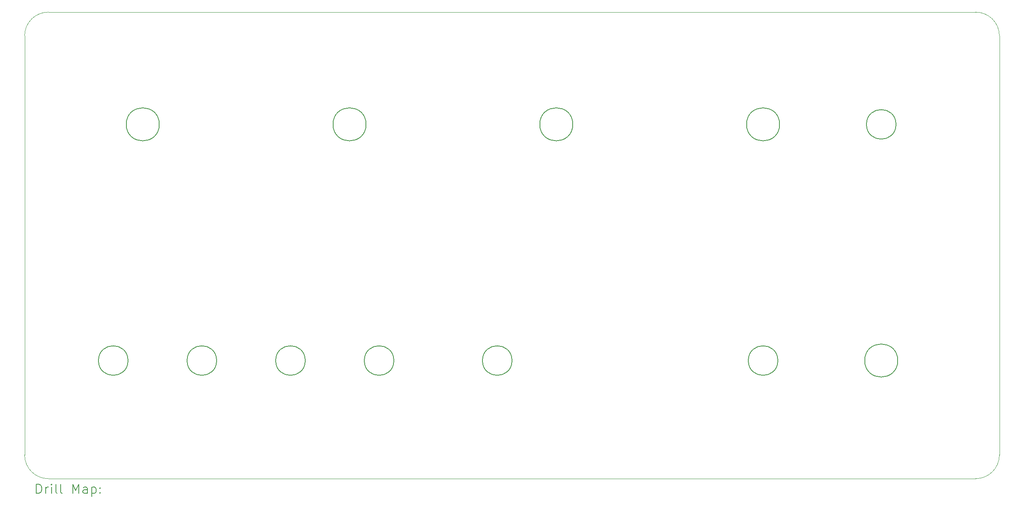
<source format=gbr>
%FSLAX45Y45*%
G04 Gerber Fmt 4.5, Leading zero omitted, Abs format (unit mm)*
G04 Created by KiCad (PCBNEW 6.0.5+dfsg-1~bpo11+1) date 2022-08-10 11:57:18*
%MOMM*%
%LPD*%
G01*
G04 APERTURE LIST*
%TA.AperFunction,Profile*%
%ADD10C,0.150000*%
%TD*%
%TA.AperFunction,Profile*%
%ADD11C,0.100000*%
%TD*%
%ADD12C,0.200000*%
G04 APERTURE END LIST*
D10*
X15213575Y-7111458D02*
G75*
G03*
X15213575Y-7111458I-355000J0D01*
G01*
D11*
X23876000Y-4699000D02*
X3937000Y-4699000D01*
D10*
X19659000Y-7112000D02*
G75*
G03*
X19659000Y-7112000I-355000J0D01*
G01*
X22199000Y-12192000D02*
G75*
G03*
X22199000Y-12192000I-355000J0D01*
G01*
X10769000Y-7112000D02*
G75*
G03*
X10769000Y-7112000I-355000J0D01*
G01*
D11*
X3937000Y-4699000D02*
G75*
G03*
X3429000Y-5207000I0J-508000D01*
G01*
D10*
X22161500Y-7112000D02*
G75*
G03*
X22161500Y-7112000I-317500J0D01*
G01*
X9461500Y-12192000D02*
G75*
G03*
X9461500Y-12192000I-317500J0D01*
G01*
D11*
X3937000Y-14732000D02*
X23876000Y-14732000D01*
X24384000Y-14224000D02*
X24384000Y-5207000D01*
X23876000Y-14732000D02*
G75*
G03*
X24384000Y-14224000I0J508000D01*
G01*
D10*
X6324000Y-7112000D02*
G75*
G03*
X6324000Y-7112000I-355000J0D01*
G01*
X19621500Y-12192000D02*
G75*
G03*
X19621500Y-12192000I-317500J0D01*
G01*
D11*
X3429000Y-14224000D02*
G75*
G03*
X3937000Y-14732000I508000J0D01*
G01*
D10*
X13906500Y-12192000D02*
G75*
G03*
X13906500Y-12192000I-317500J0D01*
G01*
X5651500Y-12192000D02*
G75*
G03*
X5651500Y-12192000I-317500J0D01*
G01*
X7556500Y-12192000D02*
G75*
G03*
X7556500Y-12192000I-317500J0D01*
G01*
D11*
X24384000Y-5207000D02*
G75*
G03*
X23876000Y-4699000I-508000J0D01*
G01*
D10*
X11366500Y-12192000D02*
G75*
G03*
X11366500Y-12192000I-317500J0D01*
G01*
D11*
X3429000Y-5207000D02*
X3429000Y-14224000D01*
D12*
X3681619Y-15047476D02*
X3681619Y-14847476D01*
X3729238Y-14847476D01*
X3757809Y-14857000D01*
X3776857Y-14876048D01*
X3786381Y-14895095D01*
X3795905Y-14933190D01*
X3795905Y-14961762D01*
X3786381Y-14999857D01*
X3776857Y-15018905D01*
X3757809Y-15037952D01*
X3729238Y-15047476D01*
X3681619Y-15047476D01*
X3881619Y-15047476D02*
X3881619Y-14914143D01*
X3881619Y-14952238D02*
X3891143Y-14933190D01*
X3900667Y-14923667D01*
X3919714Y-14914143D01*
X3938762Y-14914143D01*
X4005428Y-15047476D02*
X4005428Y-14914143D01*
X4005428Y-14847476D02*
X3995905Y-14857000D01*
X4005428Y-14866524D01*
X4014952Y-14857000D01*
X4005428Y-14847476D01*
X4005428Y-14866524D01*
X4129238Y-15047476D02*
X4110190Y-15037952D01*
X4100667Y-15018905D01*
X4100667Y-14847476D01*
X4234000Y-15047476D02*
X4214952Y-15037952D01*
X4205429Y-15018905D01*
X4205429Y-14847476D01*
X4462571Y-15047476D02*
X4462571Y-14847476D01*
X4529238Y-14990333D01*
X4595905Y-14847476D01*
X4595905Y-15047476D01*
X4776857Y-15047476D02*
X4776857Y-14942714D01*
X4767333Y-14923667D01*
X4748286Y-14914143D01*
X4710190Y-14914143D01*
X4691143Y-14923667D01*
X4776857Y-15037952D02*
X4757810Y-15047476D01*
X4710190Y-15047476D01*
X4691143Y-15037952D01*
X4681619Y-15018905D01*
X4681619Y-14999857D01*
X4691143Y-14980809D01*
X4710190Y-14971286D01*
X4757810Y-14971286D01*
X4776857Y-14961762D01*
X4872095Y-14914143D02*
X4872095Y-15114143D01*
X4872095Y-14923667D02*
X4891143Y-14914143D01*
X4929238Y-14914143D01*
X4948286Y-14923667D01*
X4957810Y-14933190D01*
X4967333Y-14952238D01*
X4967333Y-15009381D01*
X4957810Y-15028428D01*
X4948286Y-15037952D01*
X4929238Y-15047476D01*
X4891143Y-15047476D01*
X4872095Y-15037952D01*
X5053048Y-15028428D02*
X5062571Y-15037952D01*
X5053048Y-15047476D01*
X5043524Y-15037952D01*
X5053048Y-15028428D01*
X5053048Y-15047476D01*
X5053048Y-14923667D02*
X5062571Y-14933190D01*
X5053048Y-14942714D01*
X5043524Y-14933190D01*
X5053048Y-14923667D01*
X5053048Y-14942714D01*
M02*

</source>
